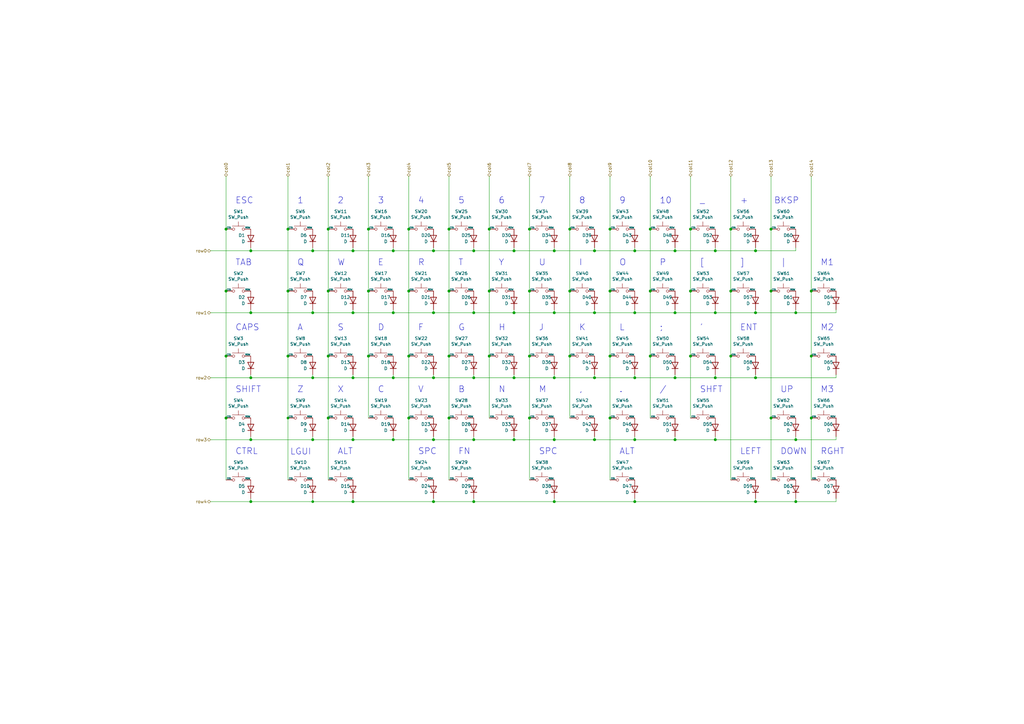
<source format=kicad_sch>
(kicad_sch (version 20211123) (generator eeschema)
  (paper "A3")
  (title_block (title "Arisutea RGB Keyboard") (date "2021-06-19") (rev "0.3") (company "mattyams"))
  (junction (at 316.23 171.45) (diameter 1.016))
  (junction (at 210.82 102.87) (diameter 1.016))
  (junction (at 210.82 154.94) (diameter 1.016))
  (junction (at 326.39 128.27) (diameter 1.016))
  (junction (at 184.15 146.05) (diameter 1.016))
  (junction (at 332.74 119.38) (diameter 1.016))
  (junction (at 326.39 180.34) (diameter 1.016))
  (junction (at 194.31 128.27) (diameter 1.016))
  (junction (at 250.19 93.98) (diameter 1.016))
  (junction (at 283.21 146.05) (diameter 1.016))
  (junction (at 283.21 119.38) (diameter 1.016))
  (junction (at 309.88 154.94) (diameter 1.016))
  (junction (at 217.17 146.05) (diameter 1.016))
  (junction (at 184.15 93.98) (diameter 1.016))
  (junction (at 250.19 146.05) (diameter 1.016))
  (junction (at 260.35 102.87) (diameter 1.016))
  (junction (at 266.7 146.05) (diameter 1.016))
  (junction (at 200.66 119.38) (diameter 1.016))
  (junction (at 309.88 102.87) (diameter 1.016))
  (junction (at 118.11 171.45))
  (junction (at 151.13 93.98) (diameter 1.016))
  (junction (at 167.64 93.98) (diameter 1.016))
  (junction (at 233.68 119.38) (diameter 1.016))
  (junction (at 243.84 180.34) (diameter 1.016))
  (junction (at 161.29 154.94) (diameter 1.016))
  (junction (at 177.8 180.34) (diameter 1.016))
  (junction (at 243.84 102.87) (diameter 1.016))
  (junction (at 102.87 205.74) (diameter 1.016))
  (junction (at 293.37 154.94) (diameter 1.016))
  (junction (at 151.13 146.05) (diameter 1.016))
  (junction (at 144.78 205.74) (diameter 1.016))
  (junction (at 283.21 93.98) (diameter 1.016))
  (junction (at 194.31 180.34) (diameter 1.016))
  (junction (at 128.27 180.34) (diameter 1.016))
  (junction (at 167.64 119.38) (diameter 1.016))
  (junction (at 161.29 102.87) (diameter 1.016))
  (junction (at 128.27 205.74))
  (junction (at 102.87 102.87) (diameter 1.016))
  (junction (at 118.11 119.38) (diameter 1.016))
  (junction (at 102.87 128.27) (diameter 1.016))
  (junction (at 184.15 171.45) (diameter 1.016))
  (junction (at 161.29 180.34) (diameter 1.016))
  (junction (at 200.66 146.05) (diameter 1.016))
  (junction (at 217.17 119.38) (diameter 1.016))
  (junction (at 266.7 119.38) (diameter 1.016))
  (junction (at 151.13 119.38) (diameter 1.016))
  (junction (at 134.62 93.98) (diameter 1.016))
  (junction (at 276.86 154.94) (diameter 1.016))
  (junction (at 260.35 128.27) (diameter 1.016))
  (junction (at 243.84 154.94) (diameter 1.016))
  (junction (at 144.78 128.27) (diameter 1.016))
  (junction (at 128.27 128.27) (diameter 1.016))
  (junction (at 233.68 93.98) (diameter 1.016))
  (junction (at 227.33 102.87) (diameter 1.016))
  (junction (at 194.31 102.87) (diameter 1.016))
  (junction (at 299.72 146.05) (diameter 1.016))
  (junction (at 233.68 146.05) (diameter 1.016))
  (junction (at 309.88 205.74) (diameter 1.016))
  (junction (at 134.62 146.05) (diameter 1.016))
  (junction (at 167.64 171.45) (diameter 1.016))
  (junction (at 227.33 205.74) (diameter 1.016))
  (junction (at 250.19 119.38) (diameter 1.016))
  (junction (at 309.88 128.27) (diameter 1.016))
  (junction (at 161.29 128.27) (diameter 1.016))
  (junction (at 167.64 146.05) (diameter 1.016))
  (junction (at 250.19 171.45) (diameter 1.016))
  (junction (at 276.86 102.87) (diameter 1.016))
  (junction (at 293.37 128.27) (diameter 1.016))
  (junction (at 316.23 119.38) (diameter 1.016))
  (junction (at 177.8 128.27) (diameter 1.016))
  (junction (at 194.31 205.74) (diameter 1.016))
  (junction (at 177.8 102.87) (diameter 1.016))
  (junction (at 194.31 154.94) (diameter 1.016))
  (junction (at 316.23 93.98) (diameter 1.016))
  (junction (at 276.86 180.34) (diameter 1.016))
  (junction (at 92.71 119.38) (diameter 1.016))
  (junction (at 144.78 154.94) (diameter 1.016))
  (junction (at 276.86 128.27) (diameter 1.016))
  (junction (at 227.33 180.34) (diameter 1.016))
  (junction (at 332.74 146.05) (diameter 1.016))
  (junction (at 102.87 154.94) (diameter 1.016))
  (junction (at 92.71 146.05) (diameter 1.016))
  (junction (at 260.35 180.34) (diameter 1.016))
  (junction (at 128.27 102.87) (diameter 1.016))
  (junction (at 210.82 128.27) (diameter 1.016))
  (junction (at 299.72 93.98) (diameter 1.016))
  (junction (at 299.72 119.38) (diameter 1.016))
  (junction (at 92.71 171.45) (diameter 1.016))
  (junction (at 266.7 93.98) (diameter 1.016))
  (junction (at 293.37 102.87) (diameter 1.016))
  (junction (at 332.74 171.45) (diameter 1.016))
  (junction (at 227.33 154.94) (diameter 1.016))
  (junction (at 184.15 119.38) (diameter 1.016))
  (junction (at 177.8 205.74) (diameter 1.016))
  (junction (at 227.33 128.27) (diameter 1.016))
  (junction (at 144.78 102.87) (diameter 1.016))
  (junction (at 243.84 128.27) (diameter 1.016))
  (junction (at 102.87 180.34) (diameter 1.016))
  (junction (at 217.17 93.98) (diameter 1.016))
  (junction (at 260.35 154.94) (diameter 1.016))
  (junction (at 200.66 93.98) (diameter 1.016))
  (junction (at 128.27 154.94) (diameter 1.016))
  (junction (at 326.39 205.74) (diameter 1.016))
  (junction (at 217.17 171.45) (diameter 1.016))
  (junction (at 260.35 205.74) (diameter 1.016))
  (junction (at 210.82 180.34) (diameter 1.016))
  (junction (at 144.78 180.34) (diameter 1.016))
  (junction (at 134.62 119.38) (diameter 1.016))
  (junction (at 118.11 146.05) (diameter 1.016))
  (junction (at 293.37 180.34) (diameter 1.016))
  (junction (at 134.62 171.45) (diameter 1.016))
  (junction (at 92.71 93.98) (diameter 1.016))
  (junction (at 177.8 154.94) (diameter 1.016))
  (junction (at 118.11 93.98) (diameter 1.016))
  (wire (pts (xy 118.11 146.05) (xy 118.11 171.45)))
  (wire (pts (xy 144.78 102.87) (xy 161.29 102.87)))
  (wire (pts (xy 260.35 128.27) (xy 276.86 128.27)))
  (wire (pts (xy 260.35 102.87) (xy 276.86 102.87)))
  (wire (pts (xy 194.31 154.94) (xy 210.82 154.94)))
  (wire (pts (xy 276.86 180.34) (xy 293.37 180.34)))
  (wire (pts (xy 316.23 119.38) (xy 316.23 93.98)))
  (wire (pts (xy 177.8 153.67) (xy 177.8 154.94)))
  (wire (pts (xy 266.7 119.38) (xy 266.7 146.05)))
  (wire (pts (xy 134.62 72.39) (xy 134.62 93.98)))
  (wire (pts (xy 342.9 180.34) (xy 326.39 180.34)))
  (wire (pts (xy 128.27 205.74) (xy 144.78 205.74)))
  (wire (pts (xy 276.86 153.67) (xy 276.86 154.94)))
  (wire (pts (xy 184.15 171.45) (xy 184.15 196.85)))
  (wire (pts (xy 332.74 72.39) (xy 332.74 119.38)))
  (wire (pts (xy 342.9 128.27) (xy 326.39 128.27)))
  (wire (pts (xy 276.86 127) (xy 276.86 128.27)))
  (wire (pts (xy 227.33 128.27) (xy 243.84 128.27)))
  (wire (pts (xy 167.64 119.38) (xy 167.64 93.98)))
  (wire (pts (xy 161.29 101.6) (xy 161.29 102.87)))
  (wire (pts (xy 227.33 180.34) (xy 243.84 180.34)))
  (wire (pts (xy 227.33 153.67) (xy 227.33 154.94)))
  (wire (pts (xy 184.15 93.98) (xy 184.15 119.38)))
  (wire (pts (xy 92.71 119.38) (xy 92.71 146.05)))
  (wire (pts (xy 283.21 119.38) (xy 283.21 146.05)))
  (wire (pts (xy 217.17 72.39) (xy 217.17 93.98)))
  (wire (pts (xy 243.84 127) (xy 243.84 128.27)))
  (wire (pts (xy 102.87 128.27) (xy 128.27 128.27)))
  (wire (pts (xy 260.35 180.34) (xy 276.86 180.34)))
  (wire (pts (xy 250.19 72.39) (xy 250.19 93.98)))
  (wire (pts (xy 177.8 101.6) (xy 177.8 102.87)))
  (wire (pts (xy 128.27 102.87) (xy 144.78 102.87)))
  (wire (pts (xy 342.9 205.74) (xy 326.39 205.74)))
  (wire (pts (xy 128.27 128.27) (xy 144.78 128.27)))
  (wire (pts (xy 167.64 146.05) (xy 167.64 171.45)))
  (wire (pts (xy 299.72 72.39) (xy 299.72 93.98)))
  (wire (pts (xy 276.86 102.87) (xy 293.37 102.87)))
  (wire (pts (xy 177.8 179.07) (xy 177.8 180.34)))
  (wire (pts (xy 250.19 119.38) (xy 250.19 146.05)))
  (wire (pts (xy 233.68 146.05) (xy 233.68 171.45)))
  (wire (pts (xy 227.33 204.47) (xy 227.33 205.74)))
  (wire (pts (xy 243.84 101.6) (xy 243.84 102.87)))
  (wire (pts (xy 102.87 179.07) (xy 102.87 180.34)))
  (wire (pts (xy 194.31 128.27) (xy 210.82 128.27)))
  (wire (pts (xy 102.87 180.34) (xy 128.27 180.34)))
  (wire (pts (xy 276.86 179.07) (xy 276.86 180.34)))
  (wire (pts (xy 86.36 102.87) (xy 102.87 102.87)))
  (wire (pts (xy 260.35 205.74) (xy 309.88 205.74)))
  (wire (pts (xy 161.29 127) (xy 161.29 128.27)))
  (wire (pts (xy 217.17 146.05) (xy 217.17 171.45)))
  (wire (pts (xy 118.11 93.98) (xy 118.11 119.38)))
  (wire (pts (xy 184.15 146.05) (xy 184.15 171.45)))
  (wire (pts (xy 260.35 204.47) (xy 260.35 205.74)))
  (wire (pts (xy 177.8 204.47) (xy 177.8 205.74)))
  (wire (pts (xy 144.78 154.94) (xy 161.29 154.94)))
  (wire (pts (xy 316.23 72.39) (xy 316.23 93.98)))
  (wire (pts (xy 177.8 180.34) (xy 194.31 180.34)))
  (wire (pts (xy 227.33 127) (xy 227.33 128.27)))
  (wire (pts (xy 210.82 102.87) (xy 227.33 102.87)))
  (wire (pts (xy 210.82 153.67) (xy 210.82 154.94)))
  (wire (pts (xy 134.62 146.05) (xy 134.62 171.45)))
  (wire (pts (xy 102.87 102.87) (xy 128.27 102.87)))
  (wire (pts (xy 151.13 119.38) (xy 151.13 146.05)))
  (wire (pts (xy 118.11 119.38) (xy 118.11 146.05)))
  (wire (pts (xy 92.71 72.39) (xy 92.71 93.98)))
  (wire (pts (xy 233.68 119.38) (xy 233.68 146.05)))
  (wire (pts (xy 118.11 72.39) (xy 118.11 93.98)))
  (wire (pts (xy 250.19 93.98) (xy 250.19 119.38)))
  (wire (pts (xy 332.74 119.38) (xy 332.74 146.05)))
  (wire (pts (xy 293.37 179.07) (xy 293.37 180.34)))
  (wire (pts (xy 342.9 154.94) (xy 309.88 154.94)))
  (wire (pts (xy 128.27 101.6) (xy 128.27 102.87)))
  (wire (pts (xy 128.27 154.94) (xy 144.78 154.94)))
  (wire (pts (xy 194.31 127) (xy 194.31 128.27)))
  (wire (pts (xy 161.29 179.07) (xy 161.29 180.34)))
  (wire (pts (xy 227.33 154.94) (xy 243.84 154.94)))
  (wire (pts (xy 233.68 72.39) (xy 233.68 93.98)))
  (wire (pts (xy 194.31 204.47) (xy 194.31 205.74)))
  (wire (pts (xy 144.78 179.07) (xy 144.78 180.34)))
  (wire (pts (xy 227.33 205.74) (xy 260.35 205.74)))
  (wire (pts (xy 260.35 127) (xy 260.35 128.27)))
  (wire (pts (xy 210.82 154.94) (xy 227.33 154.94)))
  (wire (pts (xy 161.29 154.94) (xy 177.8 154.94)))
  (wire (pts (xy 167.64 119.38) (xy 167.64 146.05)))
  (wire (pts (xy 86.36 128.27) (xy 102.87 128.27)))
  (wire (pts (xy 194.31 179.07) (xy 194.31 180.34)))
  (wire (pts (xy 118.11 171.45) (xy 118.11 196.85)))
  (wire (pts (xy 293.37 102.87) (xy 309.88 102.87)))
  (wire (pts (xy 293.37 127) (xy 293.37 128.27)))
  (wire (pts (xy 210.82 179.07) (xy 210.82 180.34)))
  (wire (pts (xy 217.17 171.45) (xy 217.17 196.85)))
  (wire (pts (xy 86.36 154.94) (xy 102.87 154.94)))
  (wire (pts (xy 227.33 101.6) (xy 227.33 102.87)))
  (wire (pts (xy 309.88 153.67) (xy 309.88 154.94)))
  (wire (pts (xy 217.17 93.98) (xy 217.17 119.38)))
  (wire (pts (xy 102.87 205.74) (xy 128.27 205.74)))
  (wire (pts (xy 144.78 153.67) (xy 144.78 154.94)))
  (wire (pts (xy 227.33 179.07) (xy 227.33 180.34)))
  (wire (pts (xy 276.86 101.6) (xy 276.86 102.87)))
  (wire (pts (xy 260.35 154.94) (xy 276.86 154.94)))
  (wire (pts (xy 167.64 171.45) (xy 167.64 196.85)))
  (wire (pts (xy 316.23 119.38) (xy 316.23 171.45)))
  (wire (pts (xy 243.84 128.27) (xy 260.35 128.27)))
  (wire (pts (xy 342.9 179.07) (xy 342.9 180.34)))
  (wire (pts (xy 210.82 180.34) (xy 227.33 180.34)))
  (wire (pts (xy 102.87 153.67) (xy 102.87 154.94)))
  (wire (pts (xy 243.84 102.87) (xy 260.35 102.87)))
  (wire (pts (xy 92.71 119.38) (xy 92.71 93.98)))
  (wire (pts (xy 194.31 101.6) (xy 194.31 102.87)))
  (wire (pts (xy 194.31 205.74) (xy 227.33 205.74)))
  (wire (pts (xy 276.86 154.94) (xy 293.37 154.94)))
  (wire (pts (xy 200.66 119.38) (xy 200.66 93.98)))
  (wire (pts (xy 177.8 154.94) (xy 194.31 154.94)))
  (wire (pts (xy 144.78 101.6) (xy 144.78 102.87)))
  (wire (pts (xy 102.87 101.6) (xy 102.87 102.87)))
  (wire (pts (xy 309.88 128.27) (xy 326.39 128.27)))
  (wire (pts (xy 309.88 205.74) (xy 326.39 205.74)))
  (wire (pts (xy 134.62 119.38) (xy 134.62 146.05)))
  (wire (pts (xy 332.74 171.45) (xy 332.74 196.85)))
  (wire (pts (xy 266.7 119.38) (xy 266.7 93.98)))
  (wire (pts (xy 326.39 101.6) (xy 326.39 102.87)))
  (wire (pts (xy 144.78 180.34) (xy 161.29 180.34)))
  (wire (pts (xy 217.17 119.38) (xy 217.17 146.05)))
  (wire (pts (xy 102.87 154.94) (xy 128.27 154.94)))
  (wire (pts (xy 233.68 119.38) (xy 233.68 93.98)))
  (wire (pts (xy 332.74 146.05) (xy 332.74 171.45)))
  (wire (pts (xy 243.84 180.34) (xy 260.35 180.34)))
  (wire (pts (xy 134.62 171.45) (xy 134.62 196.85)))
  (wire (pts (xy 276.86 128.27) (xy 293.37 128.27)))
  (wire (pts (xy 194.31 153.67) (xy 194.31 154.94)))
  (wire (pts (xy 309.88 127) (xy 309.88 128.27)))
  (wire (pts (xy 128.27 153.67) (xy 128.27 154.94)))
  (wire (pts (xy 326.39 204.47) (xy 326.39 205.74)))
  (wire (pts (xy 260.35 153.67) (xy 260.35 154.94)))
  (wire (pts (xy 309.88 101.6) (xy 309.88 102.87)))
  (wire (pts (xy 194.31 102.87) (xy 210.82 102.87)))
  (wire (pts (xy 151.13 72.39) (xy 151.13 93.98)))
  (wire (pts (xy 144.78 127) (xy 144.78 128.27)))
  (wire (pts (xy 293.37 180.34) (xy 326.39 180.34)))
  (wire (pts (xy 144.78 204.47) (xy 144.78 205.74)))
  (wire (pts (xy 200.66 119.38) (xy 200.66 146.05)))
  (wire (pts (xy 177.8 127) (xy 177.8 128.27)))
  (wire (pts (xy 227.33 102.87) (xy 243.84 102.87)))
  (wire (pts (xy 184.15 72.39) (xy 184.15 93.98)))
  (wire (pts (xy 128.27 180.34) (xy 144.78 180.34)))
  (wire (pts (xy 184.15 119.38) (xy 184.15 146.05)))
  (wire (pts (xy 283.21 72.39) (xy 283.21 93.98)))
  (wire (pts (xy 161.29 153.67) (xy 161.29 154.94)))
  (wire (pts (xy 177.8 205.74) (xy 194.31 205.74)))
  (wire (pts (xy 161.29 102.87) (xy 177.8 102.87)))
  (wire (pts (xy 210.82 127) (xy 210.82 128.27)))
  (wire (pts (xy 200.66 146.05) (xy 200.66 171.45)))
  (wire (pts (xy 134.62 119.38) (xy 134.62 93.98)))
  (wire (pts (xy 299.72 119.38) (xy 299.72 146.05)))
  (wire (pts (xy 128.27 179.07) (xy 128.27 180.34)))
  (wire (pts (xy 266.7 146.05) (xy 266.7 171.45)))
  (wire (pts (xy 316.23 171.45) (xy 316.23 196.85)))
  (wire (pts (xy 309.88 204.47) (xy 309.88 205.74)))
  (wire (pts (xy 293.37 128.27) (xy 309.88 128.27)))
  (wire (pts (xy 250.19 146.05) (xy 250.19 171.45)))
  (wire (pts (xy 151.13 146.05) (xy 151.13 171.45)))
  (wire (pts (xy 342.9 153.67) (xy 342.9 154.94)))
  (wire (pts (xy 210.82 101.6) (xy 210.82 102.87)))
  (wire (pts (xy 326.39 179.07) (xy 326.39 180.34)))
  (wire (pts (xy 299.72 146.05) (xy 299.72 196.85)))
  (wire (pts (xy 260.35 179.07) (xy 260.35 180.34)))
  (wire (pts (xy 210.82 128.27) (xy 227.33 128.27)))
  (wire (pts (xy 161.29 180.34) (xy 177.8 180.34)))
  (wire (pts (xy 167.64 72.39) (xy 167.64 93.98)))
  (wire (pts (xy 293.37 154.94) (xy 309.88 154.94)))
  (wire (pts (xy 194.31 180.34) (xy 210.82 180.34)))
  (wire (pts (xy 293.37 153.67) (xy 293.37 154.94)))
  (wire (pts (xy 260.35 101.6) (xy 260.35 102.87)))
  (wire (pts (xy 92.71 171.45) (xy 92.71 196.85)))
  (wire (pts (xy 243.84 153.67) (xy 243.84 154.94)))
  (wire (pts (xy 309.88 102.87) (xy 326.39 102.87)))
  (wire (pts (xy 151.13 93.98) (xy 151.13 119.38)))
  (wire (pts (xy 342.9 127) (xy 342.9 128.27)))
  (wire (pts (xy 86.36 205.74) (xy 102.87 205.74)))
  (wire (pts (xy 161.29 128.27) (xy 177.8 128.27)))
  (wire (pts (xy 92.71 146.05) (xy 92.71 171.45)))
  (wire (pts (xy 177.8 102.87) (xy 194.31 102.87)))
  (wire (pts (xy 243.84 154.94) (xy 260.35 154.94)))
  (wire (pts (xy 326.39 127) (xy 326.39 128.27)))
  (wire (pts (xy 283.21 146.05) (xy 283.21 171.45)))
  (wire (pts (xy 243.84 179.07) (xy 243.84 180.34)))
  (wire (pts (xy 177.8 128.27) (xy 194.31 128.27)))
  (wire (pts (xy 102.87 204.47) (xy 102.87 205.74)))
  (wire (pts (xy 342.9 204.47) (xy 342.9 205.74)))
  (wire (pts (xy 144.78 205.74) (xy 177.8 205.74)))
  (wire (pts (xy 86.36 180.34) (xy 102.87 180.34)))
  (wire (pts (xy 266.7 72.39) (xy 266.7 93.98)))
  (wire (pts (xy 299.72 119.38) (xy 299.72 93.98)))
  (wire (pts (xy 250.19 171.45) (xy 250.19 196.85)))
  (wire (pts (xy 128.27 204.47) (xy 128.27 205.74)))
  (wire (pts (xy 144.78 128.27) (xy 161.29 128.27)))
  (wire (pts (xy 200.66 72.39) (xy 200.66 93.98)))
  (wire (pts (xy 293.37 101.6) (xy 293.37 102.87)))
  (wire (pts (xy 128.27 127) (xy 128.27 128.27)))
  (wire (pts (xy 283.21 93.98) (xy 283.21 119.38)))
  (wire (pts (xy 102.87 127) (xy 102.87 128.27)))
  (text "2" (at 138.43 83.82 0) (effects (font (size 2.54 2.54)) (justify left bottom)))
  (text "L" (at 254 135.89 0) (effects (font (size 2.54 2.54)) (justify left bottom)))
  (text "FN" (at 187.96 186.69 0) (effects (font (size 2.54 2.54)) (justify left bottom)))
  (text "/" (at 270.51 161.29 0) (effects (font (size 2.54 2.54)) (justify left bottom)))
  (text "SPC" (at 220.98 186.69 0) (effects (font (size 2.54 2.54)) (justify left bottom)))
  (text "E" (at 154.94 109.22 0) (effects (font (size 2.54 2.54)) (justify left bottom)))
  (text "ALT" (at 254 186.69 0) (effects (font (size 2.54 2.54)) (justify left bottom)))
  (text "I" (at 237.49 109.22 0) (effects (font (size 2.54 2.54)) (justify left bottom)))
  (text "+" (at 303.53 83.82 0) (effects (font (size 2.54 2.54)) (justify left bottom)))
  (text "C" (at 154.94 161.29 0) (effects (font (size 2.54 2.54)) (justify left bottom)))
  (text "LGUI" (at 118.999 186.817 0) (effects (font (size 2.54 2.54)) (justify left bottom)))
  (text "M2" (at 336.55 135.89 0) (effects (font (size 2.54 2.54)) (justify left bottom)))
  (text "LEFT" (at 303.53 186.69 0) (effects (font (size 2.54 2.54)) (justify left bottom)))
  (text "_" (at 287.02 83.82 0) (effects (font (size 2.54 2.54)) (justify left bottom)))
  (text ".\n" (at 254 161.29 0) (effects (font (size 2.54 2.54)) (justify left bottom)))
  (text "3" (at 154.94 83.82 0) (effects (font (size 2.54 2.54)) (justify left bottom)))
  (text "10" (at 270.51 83.82 0) (effects (font (size 2.54 2.54)) (justify left bottom)))
  (text "Y" (at 204.47 109.22 0) (effects (font (size 2.54 2.54)) (justify left bottom)))
  (text "G" (at 187.96 135.89 0) (effects (font (size 2.54 2.54)) (justify left bottom)))
  (text "Q" (at 121.92 109.22 0) (effects (font (size 2.54 2.54)) (justify left bottom)))
  (text "A" (at 121.92 135.89 0) (effects (font (size 2.54 2.54)) (justify left bottom)))
  (text ";" (at 270.51 135.89 0) (effects (font (size 2.54 2.54)) (justify left bottom)))
  (text "DOWN" (at 320.04 186.69 0) (effects (font (size 2.54 2.54)) (justify left bottom)))
  (text "8" (at 237.49 83.82 0) (effects (font (size 2.54 2.54)) (justify left bottom)))
  (text "[" (at 287.02 109.22 0) (effects (font (size 2.54 2.54)) (justify left bottom)))
  (text "ENT" (at 303.53 135.89 0) (effects (font (size 2.54 2.54)) (justify left bottom)))
  (text "1" (at 121.92 83.82 0) (effects (font (size 2.54 2.54)) (justify left bottom)))
  (text "4" (at 171.45 83.82 0) (effects (font (size 2.54 2.54)) (justify left bottom)))
  (text "J" (at 220.98 135.89 0) (effects (font (size 2.54 2.54)) (justify left bottom)))
  (text "6" (at 204.47 83.82 0) (effects (font (size 2.54 2.54)) (justify left bottom)))
  (text "V" (at 171.45 161.29 0) (effects (font (size 2.54 2.54)) (justify left bottom)))
  (text "SHFT" (at 287.02 161.29 0) (effects (font (size 2.54 2.54)) (justify left bottom)))
  (text "ESC" (at 96.52 83.82 0) (effects (font (size 2.54 2.54)) (justify left bottom)))
  (text "SPC" (at 171.45 186.69 0) (effects (font (size 2.54 2.54)) (justify left bottom)))
  (text "X" (at 138.43 161.29 0) (effects (font (size 2.54 2.54)) (justify left bottom)))
  (text "K" (at 237.49 135.89 0) (effects (font (size 2.54 2.54)) (justify left bottom)))
  (text "SHIFT" (at 96.52 161.29 0) (effects (font (size 2.54 2.54)) (justify left bottom)))
  (text "CAPS" (at 96.52 135.89 0) (effects (font (size 2.54 2.54)) (justify left bottom)))
  (text "Z" (at 121.92 161.29 0) (effects (font (size 2.54 2.54)) (justify left bottom)))
  (text "U" (at 220.98 109.22 0) (effects (font (size 2.54 2.54)) (justify left bottom)))
  (text "M1" (at 336.55 109.22 0) (effects (font (size 2.54 2.54)) (justify left bottom)))
  (text "D" (at 154.94 135.89 0) (effects (font (size 2.54 2.54)) (justify left bottom)))
  (text "TAB" (at 96.52 109.22 0) (effects (font (size 2.54 2.54)) (justify left bottom)))
  (text "UP" (at 320.04 161.29 0) (effects (font (size 2.54 2.54)) (justify left bottom)))
  (text "9" (at 254 83.82 0) (effects (font (size 2.54 2.54)) (justify left bottom)))
  (text "N" (at 204.47 161.29 0) (effects (font (size 2.54 2.54)) (justify left bottom)))
  (text "B" (at 187.96 161.29 0) (effects (font (size 2.54 2.54)) (justify left bottom)))
  (text "7" (at 220.98 83.82 0) (effects (font (size 2.54 2.54)) (justify left bottom)))
  (text "5" (at 187.96 83.82 0) (effects (font (size 2.54 2.54)) (justify left bottom)))
  (text "F" (at 171.45 135.89 0) (effects (font (size 2.54 2.54)) (justify left bottom)))
  (text "]" (at 303.53 109.22 0) (effects (font (size 2.54 2.54)) (justify left bottom)))
  (text "RGHT\n" (at 336.55 186.69 0) (effects (font (size 2.54 2.54)) (justify left bottom)))
  (text "H" (at 204.47 135.89 0) (effects (font (size 2.54 2.54)) (justify left bottom)))
  (text "," (at 237.49 161.29 0) (effects (font (size 2.54 2.54)) (justify left bottom)))
  (text "O" (at 254 109.22 0) (effects (font (size 2.54 2.54)) (justify left bottom)))
  (text "M3" (at 336.55 161.29 0) (effects (font (size 2.54 2.54)) (justify left bottom)))
  (text "CTRL" (at 96.52 186.69 0) (effects (font (size 2.54 2.54)) (justify left bottom)))
  (text "T" (at 187.96 109.22 0) (effects (font (size 2.54 2.54)) (justify left bottom)))
  (text "W" (at 138.43 109.22 0) (effects (font (size 2.54 2.54)) (justify left bottom)))
  (text "P" (at 270.51 109.22 0) (effects (font (size 2.54 2.54)) (justify left bottom)))
  (text "S" (at 138.43 135.89 0) (effects (font (size 2.54 2.54)) (justify left bottom)))
  (text "M" (at 220.98 161.29 0) (effects (font (size 2.54 2.54)) (justify left bottom)))
  (text "'" (at 287.02 135.89 0) (effects (font (size 2.54 2.54)) (justify left bottom)))
  (text "ALT" (at 138.43 186.69 0) (effects (font (size 2.54 2.54)) (justify left bottom)))
  (text "|" (at 320.04 109.22 0) (effects (font (size 2.54 2.54)) (justify left bottom)))
  (text "BKSP" (at 317.5 83.82 0) (effects (font (size 2.54 2.54)) (justify left bottom)))
  (text "R" (at 171.45 109.22 0) (effects (font (size 2.54 2.54)) (justify left bottom)))
  (hierarchical_label "col14" (shape tri_state) (at 332.74 72.39 90))
  (hierarchical_label "row2" (shape tri_state) (at 86.36 154.94 180))
  (hierarchical_label "col6" (shape tri_state) (at 200.66 72.39 90))
  (hierarchical_label "col2" (shape tri_state) (at 134.62 72.39 90))
  (hierarchical_label "col11" (shape tri_state) (at 283.21 72.39 90))
  (hierarchical_label "col5" (shape tri_state) (at 184.15 72.39 90))
  (hierarchical_label "row3" (shape tri_state) (at 86.36 180.34 180))
  (hierarchical_label "col0" (shape tri_state) (at 92.71 72.39 90))
  (hierarchical_label "col7" (shape tri_state) (at 217.17 72.39 90))
  (hierarchical_label "col8" (shape tri_state) (at 233.68 72.39 90))
  (hierarchical_label "col4" (shape tri_state) (at 167.64 72.39 90))
  (hierarchical_label "col1" (shape tri_state) (at 118.11 72.39 90))
  (hierarchical_label "col9" (shape tri_state) (at 250.19 72.39 90))
  (hierarchical_label "row0" (shape tri_state) (at 86.36 102.87 180))
  (hierarchical_label "col10" (shape tri_state) (at 266.7 72.39 90))
  (hierarchical_label "row1" (shape tri_state) (at 86.36 128.27 180))
  (hierarchical_label "col12" (shape tri_state) (at 299.72 72.39 90))
  (hierarchical_label "col13" (shape tri_state) (at 316.23 72.39 90))
  (hierarchical_label "row4" (shape tri_state) (at 86.36 205.74 180))
  (hierarchical_label "col3" (shape tri_state) (at 151.13 72.39 90))
  (symbol (lib_id "arisutea-pcb:Switch_SW_Keeb") (at 97.79 93.98 0) (unit 1)
    (property "Reference" "SW1" (at 97.79 86.741 0))
    (property "Value" "SW_Push" (at 97.79 89.0524 0))
    (property "Footprint" "arisutea:SW_Hotswap_Kailh_1.00u" (effects hide))
  )
  (symbol (lib_id "arisutea-pcb:Device_D") (at 102.87 97.79 90) (unit 1)
    (property "Reference" "D1" (at 97.79 96.52 90) (effects (justify right)))
    (property "Value" "D" (at 99.06 99.06 90) (effects (justify right)))
    (property "Footprint" "arisutea:D_SOD-123" (effects hide))
    (property "LCSC" "C81598" (effects hide))
  )
  (symbol (lib_id "arisutea-pcb:Switch_SW_Keeb") (at 123.19 93.98 0) (unit 1)
    (property "Reference" "SW6" (at 123.19 86.741 0))
    (property "Value" "SW_Push" (at 123.19 89.0524 0))
    (property "Footprint" "arisutea:SW_Hotswap_Kailh_1.00u" (effects hide))
  )
  (symbol (lib_id "arisutea-pcb:Switch_SW_Keeb") (at 97.79 119.38 0) (unit 1)
    (property "Reference" "SW2" (at 97.79 112.141 0))
    (property "Value" "SW_Push" (at 97.79 114.4524 0))
    (property "Footprint" "arisutea:SW_Hotswap_Kailh_1.50u" (effects hide))
  )
  (symbol (lib_id "arisutea-pcb:Device_D") (at 102.87 123.19 90) (unit 1)
    (property "Reference" "D2" (at 97.79 121.92 90) (effects (justify right)))
    (property "Value" "D" (at 99.06 124.46 90) (effects (justify right)))
    (property "Footprint" "arisutea:D_SOD-123" (effects hide))
    (property "LCSC" "C81598" (effects hide))
  )
  (symbol (lib_id "arisutea-pcb:Device_D") (at 128.27 97.79 90) (unit 1)
    (property "Reference" "D6" (at 123.19 96.52 90) (effects (justify right)))
    (property "Value" "D" (at 124.46 99.06 90) (effects (justify right)))
    (property "Footprint" "arisutea:D_SOD-123" (effects hide))
    (property "LCSC" "C81598" (effects hide))
  )
  (symbol (lib_id "arisutea-pcb:Switch_SW_Keeb") (at 123.19 119.38 0) (unit 1)
    (property "Reference" "SW7" (at 123.19 112.141 0))
    (property "Value" "SW_Push" (at 123.19 114.4524 0))
    (property "Footprint" "arisutea:SW_Hotswap_Kailh_1.00u" (effects hide))
  )
  (symbol (lib_id "arisutea-pcb:Device_D") (at 128.27 123.19 90) (unit 1)
    (property "Reference" "D7" (at 123.19 121.92 90) (effects (justify right)))
    (property "Value" "D" (at 124.46 124.46 90) (effects (justify right)))
    (property "Footprint" "arisutea:D_SOD-123" (effects hide))
    (property "LCSC" "C81598" (effects hide))
  )
  (symbol (lib_id "arisutea-pcb:Device_D") (at 102.87 149.86 90) (unit 1)
    (property "Reference" "D3" (at 97.79 148.59 90) (effects (justify right)))
    (property "Value" "D" (at 99.06 151.13 90) (effects (justify right)))
    (property "Footprint" "arisutea:D_SOD-123" (effects hide))
    (property "LCSC" "C81598" (effects hide))
  )
  (symbol (lib_id "arisutea-pcb:Switch_SW_Keeb") (at 97.79 171.45 0) (unit 1)
    (property "Reference" "SW4" (at 97.79 164.211 0))
    (property "Value" "SW_Push" (at 97.79 166.5224 0))
    (property "Footprint" "arisutea:SW_Hotswap_Kailh_2.25u" (effects hide))
  )
  (symbol (lib_id "arisutea-pcb:Switch_SW_Keeb") (at 97.79 196.85 0) (unit 1)
    (property "Reference" "SW5" (at 97.79 189.611 0))
    (property "Value" "SW_Push" (at 97.79 191.9224 0))
    (property "Footprint" "arisutea:SW_Hotswap_Kailh_1.50u" (effects hide))
  )
  (symbol (lib_id "arisutea-pcb:Device_D") (at 102.87 175.26 90) (unit 1)
    (property "Reference" "D4" (at 97.79 173.99 90) (effects (justify right)))
    (property "Value" "D" (at 99.06 176.53 90) (effects (justify right)))
    (property "Footprint" "arisutea:D_SOD-123" (effects hide))
    (property "LCSC" "C81598" (effects hide))
  )
  (symbol (lib_id "arisutea-pcb:Device_D") (at 102.87 200.66 90) (unit 1)
    (property "Reference" "D5" (at 97.79 199.39 90) (effects (justify right)))
    (property "Value" "D" (at 99.06 201.93 90) (effects (justify right)))
    (property "Footprint" "arisutea:D_SOD-123" (effects hide))
    (property "LCSC" "C81598" (effects hide))
  )
  (symbol (lib_id "arisutea-pcb:Switch_SW_Keeb") (at 123.19 146.05 0) (unit 1)
    (property "Reference" "SW8" (at 123.19 138.811 0))
    (property "Value" "SW_Push" (at 123.19 141.1224 0))
    (property "Footprint" "arisutea:SW_Hotswap_Kailh_1.00u" (effects hide))
  )
  (symbol (lib_id "arisutea-pcb:Switch_SW_Keeb") (at 123.19 171.45 0) (unit 1)
    (property "Reference" "SW9" (at 123.19 164.211 0))
    (property "Value" "SW_Push" (at 123.19 166.5224 0))
    (property "Footprint" "arisutea:SW_Hotswap_Kailh_1.00u" (effects hide))
  )
  (symbol (lib_id "arisutea-pcb:Device_D") (at 128.27 149.86 90) (unit 1)
    (property "Reference" "D8" (at 123.19 148.59 90) (effects (justify right)))
    (property "Value" "D" (at 124.46 151.13 90) (effects (justify right)))
    (property "Footprint" "arisutea:D_SOD-123" (effects hide))
    (property "LCSC" "C81598" (effects hide))
  )
  (symbol (lib_id "arisutea-pcb:Device_D") (at 128.27 175.26 90) (unit 1)
    (property "Reference" "D9" (at 123.19 173.99 90) (effects (justify right)))
    (property "Value" "D" (at 124.46 176.53 90) (effects (justify right)))
    (property "Footprint" "arisutea:D_SOD-123" (effects hide))
    (property "LCSC" "C81598" (effects hide))
  )
  (symbol (lib_id "arisutea-pcb:Switch_SW_Keeb") (at 139.7 93.98 0) (unit 1)
    (property "Reference" "SW11" (at 139.7 86.741 0))
    (property "Value" "SW_Push" (at 139.7 89.0524 0))
    (property "Footprint" "arisutea:SW_Hotswap_Kailh_1.00u" (effects hide))
  )
  (symbol (lib_id "arisutea-pcb:Device_D") (at 144.78 97.79 90) (unit 1)
    (property "Reference" "D11" (at 139.7 96.52 90) (effects (justify right)))
    (property "Value" "D" (at 140.97 99.06 90) (effects (justify right)))
    (property "Footprint" "arisutea:D_SOD-123" (effects hide))
    (property "LCSC" "C81598" (effects hide))
  )
  (symbol (lib_id "arisutea-pcb:Switch_SW_Keeb") (at 139.7 119.38 0) (unit 1)
    (property "Reference" "SW12" (at 139.7 112.141 0))
    (property "Value" "SW_Push" (at 139.7 114.4524 0))
    (property "Footprint" "arisutea:SW_Hotswap_Kailh_1.00u" (effects hide))
  )
  (symbol (lib_id "arisutea-pcb:Device_D") (at 144.78 123.19 90) (unit 1)
    (property "Reference" "D12" (at 139.7 121.92 90) (effects (justify right)))
    (property "Value" "D" (at 140.97 124.46 90) (effects (justify right)))
    (property "Footprint" "arisutea:D_SOD-123" (effects hide))
    (property "LCSC" "C81598" (effects hide))
  )
  (symbol (lib_id "arisutea-pcb:Switch_SW_Keeb") (at 139.7 146.05 0) (unit 1)
    (property "Reference" "SW13" (at 139.7 138.811 0))
    (property "Value" "SW_Push" (at 139.7 141.1224 0))
    (property "Footprint" "arisutea:SW_Hotswap_Kailh_1.00u" (effects hide))
  )
  (symbol (lib_id "arisutea-pcb:Switch_SW_Keeb") (at 139.7 171.45 0) (unit 1)
    (property "Reference" "SW14" (at 139.7 164.211 0))
    (property "Value" "SW_Push" (at 139.7 166.5224 0))
    (property "Footprint" "arisutea:SW_Hotswap_Kailh_1.00u" (effects hide))
  )
  (symbol (lib_id "arisutea-pcb:Switch_SW_Keeb") (at 139.7 196.85 0) (unit 1)
    (property "Reference" "SW15" (at 139.7 189.611 0))
    (property "Value" "SW_Push" (at 139.7 191.9224 0))
    (property "Footprint" "arisutea:SW_Hotswap_Kailh_1.00u" (effects hide))
  )
  (symbol (lib_id "arisutea-pcb:Device_D") (at 144.78 149.86 90) (unit 1)
    (property "Reference" "D13" (at 139.7 148.59 90) (effects (justify right)))
    (property "Value" "D" (at 140.97 151.13 90) (effects (justify right)))
    (property "Footprint" "arisutea:D_SOD-123" (effects hide))
    (property "LCSC" "C81598" (effects hide))
  )
  (symbol (lib_id "arisutea-pcb:Device_D") (at 144.78 175.26 90) (unit 1)
    (property "Reference" "D14" (at 139.7 173.99 90) (effects (justify right)))
    (property "Value" "D" (at 140.97 176.53 90) (effects (justify right)))
    (property "Footprint" "arisutea:D_SOD-123" (effects hide))
    (property "LCSC" "C81598" (effects hide))
  )
  (symbol (lib_id "arisutea-pcb:Device_D") (at 144.78 200.66 90) (unit 1)
    (property "Reference" "D15" (at 139.7 199.39 90) (effects (justify right)))
    (property "Value" "D" (at 140.97 201.93 90) (effects (justify right)))
    (property "Footprint" "arisutea:D_SOD-123" (effects hide))
    (property "LCSC" "C81598" (effects hide))
  )
  (symbol (lib_id "arisutea-pcb:Switch_SW_Keeb") (at 156.21 93.98 0) (unit 1)
    (property "Reference" "SW16" (at 156.21 86.741 0))
    (property "Value" "SW_Push" (at 156.21 89.0524 0))
    (property "Footprint" "arisutea:SW_Hotswap_Kailh_1.00u" (effects hide))
  )
  (symbol (lib_id "arisutea-pcb:Device_D") (at 161.29 97.79 90) (unit 1)
    (property "Reference" "D16" (at 156.21 96.52 90) (effects (justify right)))
    (property "Value" "D" (at 157.48 99.06 90) (effects (justify right)))
    (property "Footprint" "arisutea:D_SOD-123" (effects hide))
    (property "LCSC" "C81598" (effects hide))
  )
  (symbol (lib_id "arisutea-pcb:Switch_SW_Keeb") (at 156.21 119.38 0) (unit 1)
    (property "Reference" "SW17" (at 156.21 112.141 0))
    (property "Value" "SW_Push" (at 156.21 114.4524 0))
    (property "Footprint" "arisutea:SW_Hotswap_Kailh_1.00u" (effects hide))
  )
  (symbol (lib_id "arisutea-pcb:Device_D") (at 161.29 123.19 90) (unit 1)
    (property "Reference" "D17" (at 156.21 121.92 90) (effects (justify right)))
    (property "Value" "D" (at 157.48 124.46 90) (effects (justify right)))
    (property "Footprint" "arisutea:D_SOD-123" (effects hide))
    (property "LCSC" "C81598" (effects hide))
  )
  (symbol (lib_id "arisutea-pcb:Switch_SW_Keeb") (at 156.21 146.05 0) (unit 1)
    (property "Reference" "SW18" (at 156.21 138.811 0))
    (property "Value" "SW_Push" (at 156.21 141.1224 0))
    (property "Footprint" "arisutea:SW_Hotswap_Kailh_1.00u" (effects hide))
  )
  (symbol (lib_id "arisutea-pcb:Switch_SW_Keeb") (at 156.21 171.45 0) (unit 1)
    (property "Reference" "SW19" (at 156.21 164.211 0))
    (property "Value" "SW_Push" (at 156.21 166.5224 0))
    (property "Footprint" "arisutea:SW_Hotswap_Kailh_1.00u" (effects hide))
  )
  (symbol (lib_id "arisutea-pcb:Device_D") (at 161.29 149.86 90) (unit 1)
    (property "Reference" "D18" (at 156.21 148.59 90) (effects (justify right)))
    (property "Value" "D" (at 157.48 151.13 90) (effects (justify right)))
    (property "Footprint" "arisutea:D_SOD-123" (effects hide))
    (property "LCSC" "C81598" (effects hide))
  )
  (symbol (lib_id "arisutea-pcb:Device_D") (at 161.29 175.26 90) (unit 1)
    (property "Reference" "D19" (at 156.21 173.99 90) (effects (justify right)))
    (property "Value" "D" (at 157.48 176.53 90) (effects (justify right)))
    (property "Footprint" "arisutea:D_SOD-123" (effects hide))
    (property "LCSC" "C81598" (effects hide))
  )
  (symbol (lib_id "arisutea-pcb:Switch_SW_Keeb") (at 172.72 93.98 0) (unit 1)
    (property "Reference" "SW20" (at 172.72 86.741 0))
    (property "Value" "SW_Push" (at 172.72 89.0524 0))
    (property "Footprint" "arisutea:SW_Hotswap_Kailh_1.00u" (effects hide))
  )
  (symbol (lib_id "arisutea-pcb:Device_D") (at 177.8 97.79 90) (unit 1)
    (property "Reference" "D20" (at 172.72 96.52 90) (effects (justify right)))
    (property "Value" "D" (at 173.99 99.06 90) (effects (justify right)))
    (property "Footprint" "arisutea:D_SOD-123" (effects hide))
    (property "LCSC" "C81598" (effects hide))
  )
  (symbol (lib_id "arisutea-pcb:Switch_SW_Keeb") (at 172.72 119.38 0) (unit 1)
    (property "Reference" "SW21" (at 172.72 112.141 0))
    (property "Value" "SW_Push" (at 172.72 114.4524 0))
    (property "Footprint" "arisutea:SW_Hotswap_Kailh_1.00u" (effects hide))
  )
  (symbol (lib_id "arisutea-pcb:Device_D") (at 177.8 123.19 90) (unit 1)
    (property "Reference" "D21" (at 172.72 121.92 90) (effects (justify right)))
    (property "Value" "D" (at 173.99 124.46 90) (effects (justify right)))
    (property "Footprint" "arisutea:D_SOD-123" (effects hide))
    (property "LCSC" "C81598" (effects hide))
  )
  (symbol (lib_id "arisutea-pcb:Switch_SW_Keeb") (at 172.72 146.05 0) (unit 1)
    (property "Reference" "SW22" (at 172.72 138.811 0))
    (property "Value" "SW_Push" (at 172.72 141.1224 0))
    (property "Footprint" "arisutea:SW_Hotswap_Kailh_1.00u" (effects hide))
  )
  (symbol (lib_id "arisutea-pcb:Switch_SW_Keeb") (at 172.72 171.45 0) (unit 1)
    (property "Reference" "SW23" (at 172.72 164.211 0))
    (property "Value" "SW_Push" (at 172.72 166.5224 0))
    (property "Footprint" "arisutea:SW_Hotswap_Kailh_1.00u" (effects hide))
  )
  (symbol (lib_id "arisutea-pcb:Switch_SW_Keeb") (at 172.72 196.85 0) (unit 1)
    (property "Reference" "SW24" (at 172.72 189.611 0))
    (property "Value" "SW_Push" (at 172.72 191.9224 0))
    (property "Footprint" "arisutea:SW_Hotswap_Kailh_2.00u_RevStab" (effects hide))
  )
  (symbol (lib_id "arisutea-pcb:Device_D") (at 177.8 149.86 90) (unit 1)
    (property "Reference" "D22" (at 172.72 148.59 90) (effects (justify right)))
    (property "Value" "D" (at 173.99 151.13 90) (effects (justify right)))
    (property "Footprint" "arisutea:D_SOD-123" (effects hide))
    (property "LCSC" "C81598" (effects hide))
  )
  (symbol (lib_id "arisutea-pcb:Device_D") (at 177.8 175.26 90) (unit 1)
    (property "Reference" "D23" (at 172.72 173.99 90) (effects (justify right)))
    (property "Value" "D" (at 173.99 176.53 90) (effects (justify right)))
    (property "Footprint" "arisutea:D_SOD-123" (effects hide))
    (property "LCSC" "C81598" (effects hide))
  )
  (symbol (lib_id "arisutea-pcb:Device_D") (at 177.8 200.66 90) (unit 1)
    (property "Reference" "D24" (at 172.72 199.39 90) (effects (justify right)))
    (property "Value" "D" (at 173.99 201.93 90) (effects (justify right)))
    (property "Footprint" "arisutea:D_SOD-123" (effects hide))
    (property "LCSC" "C81598" (effects hide))
  )
  (symbol (lib_id "arisutea-pcb:Switch_SW_Keeb") (at 189.23 93.98 0) (unit 1)
    (property "Reference" "SW25" (at 189.23 86.741 0))
    (property "Value" "SW_Push" (at 189.23 89.0524 0))
    (property "Footprint" "arisutea:SW_Hotswap_Kailh_1.00u" (effects hide))
  )
  (symbol (lib_id "arisutea-pcb:Device_D") (at 194.31 97.79 90) (unit 1)
    (property "Reference" "D25" (at 189.23 96.52 90) (effects (justify right)))
    (property "Value" "D" (at 190.5 99.06 90) (effects (justify right)))
    (property "Footprint" "arisutea:D_SOD-123" (effects hide))
    (property "LCSC" "C81598" (effects hide))
  )
  (symbol (lib_id "arisutea-pcb:Switch_SW_Keeb") (at 189.23 119.38 0) (unit 1)
    (property "Reference" "SW26" (at 189.23 112.141 0))
    (property "Value" "SW_Push" (at 189.23 114.4524 0))
    (property "Footprint" "arisutea:SW_Hotswap_Kailh_1.00u" (effects hide))
  )
  (symbol (lib_id "arisutea-pcb:Device_D") (at 194.31 123.19 90) (unit 1)
    (property "Reference" "D26" (at 189.23 121.92 90) (effects (justify right)))
    (property "Value" "D" (at 190.5 124.46 90) (effects (justify right)))
    (property "Footprint" "arisutea:D_SOD-123" (effects hide))
    (property "LCSC" "C81598" (effects hide))
  )
  (symbol (lib_id "arisutea-pcb:Switch_SW_Keeb") (at 189.23 146.05 0) (unit 1)
    (property "Reference" "SW27" (at 189.23 138.811 0))
    (property "Value" "SW_Push" (at 189.23 141.1224 0))
    (property "Footprint" "arisutea:SW_Hotswap_Kailh_1.00u" (effects hide))
  )
  (symbol (lib_id "arisutea-pcb:Switch_SW_Keeb") (at 189.23 171.45 0) (unit 1)
    (property "Reference" "SW28" (at 189.23 164.211 0))
    (property "Value" "SW_Push" (at 189.23 166.5224 0))
    (property "Footprint" "arisutea:SW_Hotswap_Kailh_1.00u" (effects hide))
  )
  (symbol (lib_id "arisutea-pcb:Switch_SW_Keeb") (at 189.23 196.85 0) (unit 1)
    (property "Reference" "SW29" (at 189.23 189.611 0))
    (property "Value" "SW_Push" (at 189.23 191.9224 0))
    (property "Footprint" "arisutea:SW_Hotswap_Kailh_1.00u" (effects hide))
  )
  (symbol (lib_id "arisutea-pcb:Device_D") (at 194.31 149.86 90) (unit 1)
    (property "Reference" "D27" (at 189.23 148.59 90) (effects (justify right)))
    (property "Value" "D" (at 190.5 151.13 90) (effects (justify right)))
    (property "Footprint" "arisutea:D_SOD-123" (effects hide))
    (property "LCSC" "C81598" (effects hide))
  )
  (symbol (lib_id "arisutea-pcb:Device_D") (at 194.31 175.26 90) (unit 1)
    (property "Reference" "D28" (at 189.23 173.99 90) (effects (justify right)))
    (property "Value" "D" (at 190.5 176.53 90) (effects (justify right)))
    (property "Footprint" "arisutea:D_SOD-123" (effects hide))
    (property "LCSC" "C81598" (effects hide))
  )
  (symbol (lib_id "arisutea-pcb:Device_D") (at 194.31 200.66 90) (unit 1)
    (property "Reference" "D29" (at 189.23 199.39 90) (effects (justify right)))
    (property "Value" "D" (at 190.5 201.93 90) (effects (justify right)))
    (property "Footprint" "arisutea:D_SOD-123" (effects hide))
    (property "LCSC" "C81598" (effects hide))
  )
  (symbol (lib_id "arisutea-pcb:Switch_SW_Keeb") (at 205.74 93.98 0) (unit 1)
    (property "Reference" "SW30" (at 205.74 86.741 0))
    (property "Value" "SW_Push" (at 205.74 89.0524 0))
    (property "Footprint" "arisutea:SW_Hotswap_Kailh_1.00u" (effects hide))
  )
  (symbol (lib_id "arisutea-pcb:Device_D") (at 210.82 97.79 90) (unit 1)
    (property "Reference" "D30" (at 205.74 96.52 90) (effects (justify right)))
    (property "Value" "D" (at 207.01 99.06 90) (effects (justify right)))
    (property "Footprint" "arisutea:D_SOD-123" (effects hide))
    (property "LCSC" "C81598" (effects hide))
  )
  (symbol (lib_id "arisutea-pcb:Switch_SW_Keeb") (at 205.74 119.38 0) (unit 1)
    (property "Reference" "SW31" (at 205.74 112.141 0))
    (property "Value" "SW_Push" (at 205.74 114.4524 0))
    (property "Footprint" "arisutea:SW_Hotswap_Kailh_1.00u" (effects hide))
  )
  (symbol (lib_id "arisutea-pcb:Device_D") (at 210.82 123.19 90) (unit 1)
    (property "Reference" "D31" (at 205.74 121.92 90) (effects (justify right)))
    (property "Value" "D" (at 207.01 124.46 90) (effects (justify right)))
    (property "Footprint" "arisutea:D_SOD-123" (effects hide))
    (property "LCSC" "C81598" (effects hide))
  )
  (symbol (lib_id "arisutea-pcb:Switch_SW_Keeb") (at 205.74 146.05 0) (unit 1)
    (property "Reference" "SW32" (at 205.74 138.811 0))
    (property "Value" "SW_Push" (at 205.74 141.1224 0))
    (property "Footprint" "arisutea:SW_Hotswap_Kailh_1.00u" (effects hide))
  )
  (symbol (lib_id "arisutea-pcb:Switch_SW_Keeb") (at 205.74 171.45 0) (unit 1)
    (property "Reference" "SW33" (at 205.74 164.211 0))
    (property "Value" "SW_Push" (at 205.74 166.5224 0))
    (property "Footprint" "arisutea:SW_Hotswap_Kailh_1.00u" (effects hide))
  )
  (symbol (lib_id "arisutea-pcb:Device_D") (at 210.82 149.86 90) (unit 1)
    (property "Reference" "D32" (at 205.74 148.59 90) (effects (justify right)))
    (property "Value" "D" (at 207.01 151.13 90) (effects (justify right)))
    (property "Footprint" "arisutea:D_SOD-123" (effects hide))
    (property "LCSC" "C81598" (effects hide))
  )
  (symbol (lib_id "arisutea-pcb:Device_D") (at 210.82 175.26 90) (unit 1)
    (property "Reference" "D33" (at 205.74 173.99 90) (effects (justify right)))
    (property "Value" "D" (at 207.01 176.53 90) (effects (justify right)))
    (property "Footprint" "arisutea:D_SOD-123" (effects hide))
    (property "LCSC" "C81598" (effects hide))
  )
  (symbol (lib_id "arisutea-pcb:Switch_SW_Keeb") (at 222.25 93.98 0) (unit 1)
    (property "Reference" "SW34" (at 222.25 86.741 0))
    (property "Value" "SW_Push" (at 222.25 89.0524 0))
    (property "Footprint" "arisutea:SW_Hotswap_Kailh_1.00u" (effects hide))
  )
  (symbol (lib_id "arisutea-pcb:Device_D") (at 227.33 97.79 90) (unit 1)
    (property "Reference" "D34" (at 222.25 96.52 90) (effects (justify right)))
    (property "Value" "D" (at 223.52 99.06 90) (effects (justify right)))
    (property "Footprint" "arisutea:D_SOD-123" (effects hide))
    (property "LCSC" "C81598" (effects hide))
  )
  (symbol (lib_id "arisutea-pcb:Switch_SW_Keeb") (at 222.25 119.38 0) (unit 1)
    (property "Reference" "SW35" (at 222.25 112.141 0))
    (property "Value" "SW_Push" (at 222.25 114.4524 0))
    (property "Footprint" "arisutea:SW_Hotswap_Kailh_1.00u" (effects hide))
  )
  (symbol (lib_id "arisutea-pcb:Device_D") (at 227.33 123.19 90) (unit 1)
    (property "Reference" "D35" (at 222.25 121.92 90) (effects (justify right)))
    (property "Value" "D" (at 223.52 124.46 90) (effects (justify right)))
    (property "Footprint" "arisutea:D_SOD-123" (effects hide))
    (property "LCSC" "C81598" (effects hide))
  )
  (symbol (lib_id "arisutea-pcb:Switch_SW_Keeb") (at 222.25 146.05 0) (unit 1)
    (property "Reference" "SW36" (at 222.25 138.811 0))
    (property "Value" "SW_Push" (at 222.25 141.1224 0))
    (property "Footprint" "arisutea:SW_Hotswap_Kailh_1.00u" (effects hide))
  )
  (symbol (lib_id "arisutea-pcb:Switch_SW_Keeb") (at 222.25 171.45 0) (unit 1)
    (property "Reference" "SW37" (at 222.25 164.211 0))
    (property "Value" "SW_Push" (at 222.25 166.5224 0))
    (property "Footprint" "arisutea:SW_Hotswap_Kailh_1.00u" (effects hide))
  )
  (symbol (lib_id "arisutea-pcb:Switch_SW_Keeb") (at 222.25 196.85 0) (unit 1)
    (property "Reference" "SW38" (at 222.25 189.611 0))
    (property "Value" "SW_Push" (at 222.25 191.9224 0))
    (property "Footprint" "arisutea:SW_Hotswap_Kailh_2.75u_RevStab" (effects hide))
  )
  (symbol (lib_id "arisutea-pcb:Device_D") (at 227.33 149.86 90) (unit 1)
    (property "Reference" "D36" (at 222.25 148.59 90) (effects (justify right)))
    (property "Value" "D" (at 223.52 151.13 90) (effects (justify right)))
    (property "Footprint" "arisutea:D_SOD-123" (effects hide))
    (property "LCSC" "C81598" (effects hide))
  )
  (symbol (lib_id "arisutea-pcb:Device_D") (at 227.33 175.26 90) (unit 1)
    (property "Reference" "D37" (at 222.25 173.99 90) (effects (justify right)))
    (property "Value" "D" (at 223.52 176.53 90) (effects (justify right)))
    (property "Footprint" "arisutea:D_SOD-123" (effects hide))
    (property "LCSC" "C81598" (effects hide))
  )
  (symbol (lib_id "arisutea-pcb:Device_D") (at 227.33 200.66 90) (unit 1)
    (property "Reference" "D38" (at 222.25 199.39 90) (effects (justify right)))
    (property "Value" "D" (at 223.52 201.93 90) (effects (justify right)))
    (property "Footprint" "arisutea:D_SOD-123" (effects hide))
    (property "LCSC" "C81598" (effects hide))
  )
  (symbol (lib_id "arisutea-pcb:Switch_SW_Keeb") (at 238.76 93.98 0) (unit 1)
    (property "Reference" "SW39" (at 238.76 86.741 0))
    (property "Value" "SW_Push" (at 238.76 89.0524 0))
    (property "Footprint" "arisutea:SW_Hotswap_Kailh_1.00u" (effects hide))
  )
  (symbol (lib_id "arisutea-pcb:Device_D") (at 243.84 97.79 90) (unit 1)
    (property "Reference" "D39" (at 238.76 96.52 90) (effects (justify right)))
    (property "Value" "D" (at 240.03 99.06 90) (effects (justify right)))
    (property "Footprint" "arisutea:D_SOD-123" (effects hide))
    (property "LCSC" "C81598" (effects hide))
  )
  (symbol (lib_id "arisutea-pcb:Switch_SW_Keeb") (at 238.76 119.38 0) (unit 1)
    (property "Reference" "SW40" (at 238.76 112.141 0))
    (property "Value" "SW_Push" (at 238.76 114.4524 0))
    (property "Footprint" "arisutea:SW_Hotswap_Kailh_1.00u" (effects hide))
  )
  (symbol (lib_id "arisutea-pcb:Device_D") (at 243.84 123.19 90) (unit 1)
    (property "Reference" "D40" (at 238.76 121.92 90) (effects (justify right)))
    (property "Value" "D" (at 240.03 124.46 90) (effects (justify right)))
    (property "Footprint" "arisutea:D_SOD-123" (effects hide))
    (property "LCSC" "C81598" (effects hide))
  )
  (symbol (lib_id "arisutea-pcb:Switch_SW_Keeb") (at 238.76 146.05 0) (unit 1)
    (property "Reference" "SW41" (at 238.76 138.811 0))
    (property "Value" "SW_Push" (at 238.76 141.1224 0))
    (property "Footprint" "arisutea:SW_Hotswap_Kailh_1.00u" (effects hide))
  )
  (symbol (lib_id "arisutea-pcb:Switch_SW_Keeb") (at 238.76 171.45 0) (unit 1)
    (property "Reference" "SW42" (at 238.76 164.211 0))
    (property "Value" "SW_Push" (at 238.76 166.5224 0))
    (property "Footprint" "arisutea:SW_Hotswap_Kailh_1.00u" (effects hide))
  )
  (symbol (lib_id "arisutea-pcb:Device_D") (at 243.84 149.86 90) (unit 1)
    (property "Reference" "D41" (at 238.76 148.59 90) (effects (justify right)))
    (property "Value" "D" (at 240.03 151.13 90) (effects (justify right)))
    (property "Footprint" "arisutea:D_SOD-123" (effects hide))
    (property "LCSC" "C81598" (effects hide))
  )
  (symbol (lib_id "arisutea-pcb:Device_D") (at 243.84 175.26 90) (unit 1)
    (property "Reference" "D42" (at 238.76 173.99 90) (effects (justify right)))
    (property "Value" "D" (at 240.03 176.53 90) (effects (justify right)))
    (property "Footprint" "arisutea:D_SOD-123" (effects hide))
    (property "LCSC" "C81598" (effects hide))
  )
  (symbol (lib_id "arisutea-pcb:Switch_SW_Keeb") (at 255.27 93.98 0) (unit 1)
    (property "Reference" "SW43" (at 255.27 86.741 0))
    (property "Value" "SW_Push" (at 255.27 89.0524 0))
    (property "Footprint" "arisutea:SW_Hotswap_Kailh_1.00u" (effects hide))
  )
  (symbol (lib_id "arisutea-pcb:Device_D") (at 260.35 97.79 90) (unit 1)
    (property "Reference" "D43" (at 255.27 96.52 90) (effects (justify right)))
    (property "Value" "D" (at 256.54 99.06 90) (effects (justify right)))
    (property "Footprint" "arisutea:D_SOD-123" (effects hide))
    (property "LCSC" "C81598" (effects hide))
  )
  (symbol (lib_id "arisutea-pcb:Switch_SW_Keeb") (at 255.27 119.38 0) (unit 1)
    (property "Reference" "SW44" (at 255.27 112.141 0))
    (property "Value" "SW_Push" (at 255.27 114.4524 0))
    (property "Footprint" "arisutea:SW_Hotswap_Kailh_1.00u" (effects hide))
  )
  (symbol (lib_id "arisutea-pcb:Device_D") (at 260.35 123.19 90) (unit 1)
    (property "Reference" "D44" (at 255.27 121.92 90) (effects (justify right)))
    (property "Value" "D" (at 256.54 124.46 90) (effects (justify right)))
    (property "Footprint" "arisutea:D_SOD-123" (effects hide))
    (property "LCSC" "C81598" (effects hide))
  )
  (symbol (lib_id "arisutea-pcb:Switch_SW_Keeb") (at 255.27 146.05 0) (unit 1)
    (property "Reference" "SW45" (at 255.27 138.811 0))
    (property "Value" "SW_Push" (at 255.27 141.1224 0))
    (property "Footprint" "arisutea:SW_Hotswap_Kailh_1.00u" (effects hide))
  )
  (symbol (lib_id "arisutea-pcb:Switch_SW_Keeb") (at 255.27 171.45 0) (unit 1)
    (property "Reference" "SW46" (at 255.27 164.211 0))
    (property "Value" "SW_Push" (at 255.27 166.5224 0))
    (property "Footprint" "arisutea:SW_Hotswap_Kailh_1.00u" (effects hide))
  )
  (symbol (lib_id "arisutea-pcb:Switch_SW_Keeb") (at 255.27 196.85 0) (unit 1)
    (property "Reference" "SW47" (at 255.27 189.611 0))
    (property "Value" "SW_Push" (at 255.27 191.9224 0))
    (property "Footprint" "arisutea:SW_Hotswap_Kailh_1.00u" (effects hide))
  )
  (symbol (lib_id "arisutea-pcb:Device_D") (at 260.35 149.86 90) (unit 1)
    (property "Reference" "D45" (at 255.27 148.59 90) (effects (justify right)))
    (property "Value" "D" (at 256.54 151.13 90) (effects (justify right)))
    (property "Footprint" "arisutea:D_SOD-123" (effects hide))
    (property "LCSC" "C81598" (effects hide))
  )
  (symbol (lib_id "arisutea-pcb:Device_D") (at 260.35 175.26 90) (unit 1)
    (property "Reference" "D46" (at 255.27 173.99 90) (effects (justify right)))
    (property "Value" "D" (at 256.54 176.53 90) (effects (justify right)))
    (property "Footprint" "arisutea:D_SOD-123" (effects hide))
    (property "LCSC" "C81598" (effects hide))
  )
  (symbol (lib_id "arisutea-pcb:Device_D") (at 260.35 200.66 90) (unit 1)
    (property "Reference" "D47" (at 255.27 199.39 90) (effects (justify right)))
    (property "Value" "D" (at 256.54 201.93 90) (effects (justify right)))
    (property "Footprint" "arisutea:D_SOD-123" (effects hide))
    (property "LCSC" "C81598" (effects hide))
  )
  (symbol (lib_id "arisutea-pcb:Switch_SW_Keeb") (at 271.78 93.98 0) (unit 1)
    (property "Reference" "SW48" (at 271.78 86.741 0))
    (property "Value" "SW_Push" (at 271.78 89.0524 0))
    (property "Footprint" "arisutea:SW_Hotswap_Kailh_1.00u" (effects hide))
  )
  (symbol (lib_id "arisutea-pcb:Device_D") (at 276.86 97.79 90) (unit 1)
    (property "Reference" "D48" (at 271.78 96.52 90) (effects (justify right)))
    (property "Value" "D" (at 273.05 99.06 90) (effects (justify right)))
    (property "Footprint" "arisutea:D_SOD-123" (effects hide))
    (property "LCSC" "C81598" (effects hide))
  )
  (symbol (lib_id "arisutea-pcb:Switch_SW_Keeb") (at 271.78 119.38 0) (unit 1)
    (property "Reference" "SW49" (at 271.78 112.141 0))
    (property "Value" "SW_Push" (at 271.78 114.4524 0))
    (property "Footprint" "arisutea:SW_Hotswap_Kailh_1.00u" (effects hide))
  )
  (symbol (lib_id "arisutea-pcb:Device_D") (at 276.86 123.19 90) (unit 1)
    (property "Reference" "D49" (at 271.78 121.92 90) (effects (justify right)))
    (property "Value" "D" (at 273.05 124.46 90) (effects (justify right)))
    (property "Footprint" "arisutea:D_SOD-123" (effects hide))
    (property "LCSC" "C81598" (effects hide))
  )
  (symbol (lib_id "arisutea-pcb:Switch_SW_Keeb") (at 271.78 146.05 0) (unit 1)
    (property "Reference" "SW50" (at 271.78 138.811 0))
    (property "Value" "SW_Push" (at 271.78 141.1224 0))
    (property "Footprint" "arisutea:SW_Hotswap_Kailh_1.00u" (effects hide))
  )
  (symbol (lib_id "arisutea-pcb:Switch_SW_Keeb") (at 271.78 171.45 0) (unit 1)
    (property "Reference" "SW51" (at 271.78 164.211 0))
    (property "Value" "SW_Push" (at 271.78 166.5224 0))
    (property "Footprint" "arisutea:SW_Hotswap_Kailh_1.00u" (effects hide))
  )
  (symbol (lib_id "arisutea-pcb:Device_D") (at 276.86 149.86 90) (unit 1)
    (property "Reference" "D50" (at 271.78 148.59 90) (effects (justify right)))
    (property "Value" "D" (at 273.05 151.13 90) (effects (justify right)))
    (property "Footprint" "arisutea:D_SOD-123" (effects hide))
    (property "LCSC" "C81598" (effects hide))
  )
  (symbol (lib_id "arisutea-pcb:Device_D") (at 276.86 175.26 90) (unit 1)
    (property "Reference" "D51" (at 271.78 173.99 90) (effects (justify right)))
    (property "Value" "D" (at 273.05 176.53 90) (effects (justify right)))
    (property "Footprint" "arisutea:D_SOD-123" (effects hide))
    (property "LCSC" "C81598" (effects hide))
  )
  (symbol (lib_id "arisutea-pcb:Switch_SW_Keeb") (at 288.29 93.98 0) (unit 1)
    (property "Reference" "SW52" (at 288.29 86.741 0))
    (property "Value" "SW_Push" (at 288.29 89.0524 0))
    (property "Footprint" "arisutea:SW_Hotswap_Kailh_1.00u" (effects hide))
  )
  (symbol (lib_id "arisutea-pcb:Device_D") (at 293.37 97.79 90) (unit 1)
    (property "Reference" "D52" (at 288.29 96.52 90) (effects (justify right)))
    (property "Value" "D" (at 289.56 99.06 90) (effects (justify right)))
    (property "Footprint" "arisutea:D_SOD-123" (effects hide))
    (property "LCSC" "C81598" (effects hide))
  )
  (symbol (lib_id "arisutea-pcb:Switch_SW_Keeb") (at 288.29 119.38 0) (unit 1)
    (property "Reference" "SW53" (at 288.29 112.141 0))
    (property "Value" "SW_Push" (at 288.29 114.4524 0))
    (property "Footprint" "arisutea:SW_Hotswap_Kailh_1.00u" (effects hide))
  )
  (symbol (lib_id "arisutea-pcb:Device_D") (at 293.37 123.19 90) (unit 1)
    (property "Reference" "D53" (at 288.29 121.92 90) (effects (justify right)))
    (property "Value" "D" (at 289.56 124.46 90) (effects (justify right)))
    (property "Footprint" "arisutea:D_SOD-123" (effects hide))
    (property "LCSC" "C81598" (effects hide))
  )
  (symbol (lib_id "arisutea-pcb:Switch_SW_Keeb") (at 288.29 146.05 0) (unit 1)
    (property "Reference" "SW54" (at 288.29 138.811 0))
    (property "Value" "SW_Push" (at 288.29 141.1224 0))
    (property "Footprint" "arisutea:SW_Hotswap_Kailh_1.00u" (effects hide))
  )
  (symbol (lib_id "arisutea-pcb:Switch_SW_Keeb") (at 288.29 171.45 0) (unit 1)
    (property "Reference" "SW55" (at 288.29 164.211 0))
    (property "Value" "SW_Push" (at 288.29 166.5224 0))
    (property "Footprint" "arisutea:SW_Hotswap_Kailh_1.75u" (effects hide))
  )
  (symbol (lib_id "arisutea-pcb:Device_D") (at 293.37 149.86 90) (unit 1)
    (property "Reference" "D54" (at 288.29 148.59 90) (effects (justify right)))
    (property "Value" "D" (at 289.56 151.13 90) (effects (justify right)))
    (property "Footprint" "arisutea:D_SOD-123" (effects hide))
    (property "LCSC" "C81598" (effects hide))
  )
  (symbol (lib_id "arisutea-pcb:Device_D") (at 293.37 175.26 90) (unit 1)
    (property "Reference" "D55" (at 288.29 173.99 90) (effects (justify right)))
    (property "Value" "D" (at 289.56 176.53 90) (effects (justify right)))
    (property "Footprint" "arisutea:D_SOD-123" (effects hide))
    (property "LCSC" "C81598" (effects hide))
  )
  (symbol (lib_id "arisutea-pcb:Switch_SW_Keeb") (at 304.8 93.98 0) (unit 1)
    (property "Reference" "SW56" (at 304.8 86.741 0))
    (property "Value" "SW_Push" (at 304.8 89.0524 0))
    (property "Footprint" "arisutea:SW_Hotswap_Kailh_1.00u" (effects hide))
  )
  (symbol (lib_id "arisutea-pcb:Device_D") (at 309.88 97.79 90) (unit 1)
    (property "Reference" "D56" (at 304.8 96.52 90) (effects (justify right)))
    (property "Value" "D" (at 306.07 99.06 90) (effects (justify right)))
    (property "Footprint" "arisutea:D_SOD-123" (effects hide))
    (property "LCSC" "C81598" (effects hide))
  )
  (symbol (lib_id "arisutea-pcb:Switch_SW_Keeb") (at 304.8 119.38 0) (unit 1)
    (property "Reference" "SW57" (at 304.8 112.141 0))
    (property "Value" "SW_Push" (at 304.8 114.4524 0))
    (property "Footprint" "arisutea:SW_Hotswap_Kailh_1.00u" (effects hide))
  )
  (symbol (lib_id "arisutea-pcb:Device_D") (at 309.88 123.19 90) (unit 1)
    (property "Reference" "D57" (at 304.8 121.92 90) (effects (justify right)))
    (property "Value" "D" (at 306.07 124.46 90) (effects (justify right)))
    (property "Footprint" "arisutea:D_SOD-123" (effects hide))
    (property "LCSC" "C81598" (effects hide))
  )
  (symbol (lib_id "arisutea-pcb:Switch_SW_Keeb") (at 304.8 146.05 0) (unit 1)
    (property "Reference" "SW58" (at 304.8 138.811 0))
    (property "Value" "SW_Push" (at 304.8 141.1224 0))
    (property "Footprint" "arisutea:SW_Hotswap_Kailh_2.25u_RevStab" (effects hide))
  )
  (symbol (lib_id "arisutea-pcb:Switch_SW_Keeb") (at 304.8 196.85 0) (unit 1)
    (property "Reference" "SW59" (at 304.8 189.611 0))
    (property "Value" "SW_Push" (at 304.8 191.9224 0))
    (property "Footprint" "arisutea:SW_Hotswap_Kailh_1.00u" (effects hide))
  )
  (symbol (lib_id "arisutea-pcb:Device_D") (at 309.88 149.86 90) (unit 1)
    (property "Reference" "D58" (at 304.8 148.59 90) (effects (justify right)))
    (property "Value" "D" (at 306.07 151.13 90) (effects (justify right)))
    (property "Footprint" "arisutea:D_SOD-123" (effects hide))
    (property "LCSC" "C81598" (effects hide))
  )
  (symbol (lib_id "arisutea-pcb:Device_D") (at 309.88 200.66 90) (unit 1)
    (property "Reference" "D59" (at 304.8 199.39 90) (effects (justify right)))
    (property "Value" "D" (at 306.07 201.93 90) (effects (justify right)))
    (property "Footprint" "arisutea:D_SOD-123" (effects hide))
    (property "LCSC" "C81598" (effects hide))
  )
  (symbol (lib_id "arisutea-pcb:Device_D") (at 326.39 97.79 90) (unit 1)
    (property "Reference" "D60" (at 321.31 96.52 90) (effects (justify right)))
    (property "Value" "D" (at 322.58 99.06 90) (effects (justify right)))
    (property "Footprint" "arisutea:D_SOD-123" (effects hide))
    (property "LCSC" "C81598" (effects hide))
  )
  (symbol (lib_id "arisutea-pcb:Switch_SW_Keeb") (at 321.31 119.38 0) (unit 1)
    (property "Reference" "SW61" (at 321.31 112.141 0))
    (property "Value" "SW_Push" (at 321.31 114.4524 0))
    (property "Footprint" "arisutea:SW_Hotswap_Kailh_1.50u" (effects hide))
  )
  (symbol (lib_id "arisutea-pcb:Device_D") (at 326.39 123.19 90) (unit 1)
    (property "Reference" "D61" (at 321.31 121.92 90) (effects (justify right)))
    (property "Value" "D" (at 322.58 124.46 90) (effects (justify right)))
    (property "Footprint" "arisutea:D_SOD-123" (effects hide))
    (property "LCSC" "C81598" (effects hide))
  )
  (symbol (lib_id "arisutea-pcb:Switch_SW_Keeb") (at 321.31 171.45 0) (unit 1)
    (property "Reference" "SW62" (at 321.31 164.211 0))
    (property "Value" "SW_Push" (at 321.31 166.5224 0))
    (property "Footprint" "arisutea:SW_Hotswap_Kailh_1.00u" (effects hide))
  )
  (symbol (lib_id "arisutea-pcb:Switch_SW_Keeb") (at 321.31 196.85 0) (unit 1)
    (property "Reference" "SW63" (at 321.31 189.611 0))
    (property "Value" "SW_Push" (at 321.31 191.9224 0))
    (property "Footprint" "arisutea:SW_Hotswap_Kailh_1.00u" (effects hide))
  )
  (symbol (lib_id "arisutea-pcb:Device_D") (at 326.39 175.26 90) (unit 1)
    (property "Reference" "D62" (at 321.31 173.99 90) (effects (justify right)))
    (property "Value" "D" (at 322.58 176.53 90) (effects (justify right)))
    (property "Footprint" "arisutea:D_SOD-123" (effects hide))
    (property "LCSC" "C81598" (effects hide))
  )
  (symbol (lib_id "arisutea-pcb:Device_D") (at 326.39 200.66 90) (unit 1)
    (property "Reference" "D63" (at 321.31 199.39 90) (effects (justify right)))
    (property "Value" "D" (at 322.58 201.93 90) (effects (justify right)))
    (property "Footprint" "arisutea:D_SOD-123" (effects hide))
    (property "LCSC" "C81598" (effects hide))
  )
  (symbol (lib_id "arisutea-pcb:Switch_SW_Keeb") (at 337.82 119.38 0) (unit 1)
    (property "Reference" "SW64" (at 337.82 112.141 0))
    (property "Value" "SW_Push" (at 337.82 114.4524 0))
    (property "Footprint" "arisutea:SW_Hotswap_Kailh_1.00u" (effects hide))
  )
  (symbol (lib_id "arisutea-pcb:Device_D") (at 342.9 123.19 90) (unit 1)
    (property "Reference" "D64" (at 337.82 121.92 90) (effects (justify right)))
    (property "Value" "D" (at 339.09 124.46 90) (effects (justify right)))
    (property "Footprint" "arisutea:D_SOD-123" (effects hide))
    (property "LCSC" "C81598" (effects hide))
  )
  (symbol (lib_id "arisutea-pcb:Switch_SW_Keeb") (at 337.82 146.05 0) (unit 1)
    (property "Reference" "SW65" (at 337.82 138.811 0))
    (property "Value" "SW_Push" (at 337.82 141.1224 0))
    (property "Footprint" "arisutea:SW_Hotswap_Kailh_1.00u" (effects hide))
  )
  (symbol (lib_id "arisutea-pcb:Switch_SW_Keeb") (at 337.82 171.45 0) (unit 1)
    (property "Reference" "SW66" (at 337.82 164.211 0))
    (property "Value" "SW_Push" (at 337.82 166.5224 0))
    (property "Footprint" "arisutea:SW_Hotswap_Kailh_1.00u" (effects hide))
  )
  (symbol (lib_id "arisutea-pcb:Switch_SW_Keeb") (at 337.82 196.85 0) (unit 1)
    (property "Reference" "SW67" (at 337.82 189.611 0))
    (property "Value" "SW_Push" (at 337.82 191.9224 0))
    (property "Footprint" "arisutea:SW_Hotswap_Kailh_1.00u" (effects hide))
  )
  (symbol (lib_id "arisutea-pcb:Device_D") (at 342.9 149.86 90) (unit 1)
    (property "Reference" "D65" (at 337.82 148.59 90) (effects (justify right)))
    (property "Value" "D" (at 339.09 151.13 90) (effects (justify right)))
    (property "Footprint" "arisutea:D_SOD-123" (effects hide))
    (property "LCSC" "C81598" (effects hide))
  )
  (symbol (lib_id "arisutea-pcb:Device_D") (at 342.9 175.26 90) (unit 1)
    (property "Reference" "D66" (at 337.82 173.99 90) (effects (justify right)))
    (property "Value" "D" (at 339.09 176.53 90) (effects (justify right)))
    (property "Footprint" "arisutea:D_SOD-123" (effects hide))
    (property "LCSC" "C81598" (effects hide))
  )
  (symbol (lib_id "arisutea-pcb:Device_D") (at 342.9 200.66 90) (unit 1)
    (property "Reference" "D67" (at 337.82 199.39 90) (effects (justify right)))
    (property "Value" "D" (at 339.09 201.93 90) (effects (justify right)))
    (property "Footprint" "arisutea:D_SOD-123" (effects hide))
    (property "LCSC" "C81598" (effects hide))
  )
  (symbol (lib_id "arisutea-pcb:Switch_SW_Keeb") (at 321.31 93.98 0) (unit 1)
    (property "Reference" "SW60" (at 321.31 86.741 0))
    (property "Value" "SW_Push" (at 321.31 89.0524 0))
    (property "Footprint" "arisutea:SW_Hotswap_Kailh_2.00u" (effects hide))
  )
  (symbol (lib_id "arisutea-pcb:Switch_SW_Keeb") (at 97.79 146.05 0) (unit 1)
    (property "Reference" "SW3" (at 97.79 138.811 0))
    (property "Value" "SW_Push" (at 97.79 141.1224 0))
    (property "Footprint" "arisutea:SW_Hotswap_Kailh_1.75u" (effects hide))
  )
  (symbol (lib_id "arisutea-pcb:Switch_SW_Keeb") (at 123.19 196.85 0) (unit 1)
    (property "Reference" "SW10" (at 123.19 189.611 0))
    (property "Value" "SW_Push" (at 123.19 191.9224 0))
    (property "Footprint" "arisutea:SW_Hotswap_Kailh_1.50u" (effects hide))
  )
  (symbol (lib_id "arisutea-pcb:Device_D") (at 128.27 200.66 90) (unit 1)
    (property "Reference" "D10" (at 123.19 199.39 90) (effects (justify right)))
    (property "Value" "D" (at 124.46 201.93 90) (effects (justify right)))
    (property "Footprint" "arisutea:D_SOD-123" (effects hide))
    (property "LCSC" "C81598" (effects hide))
  )
)
</source>
